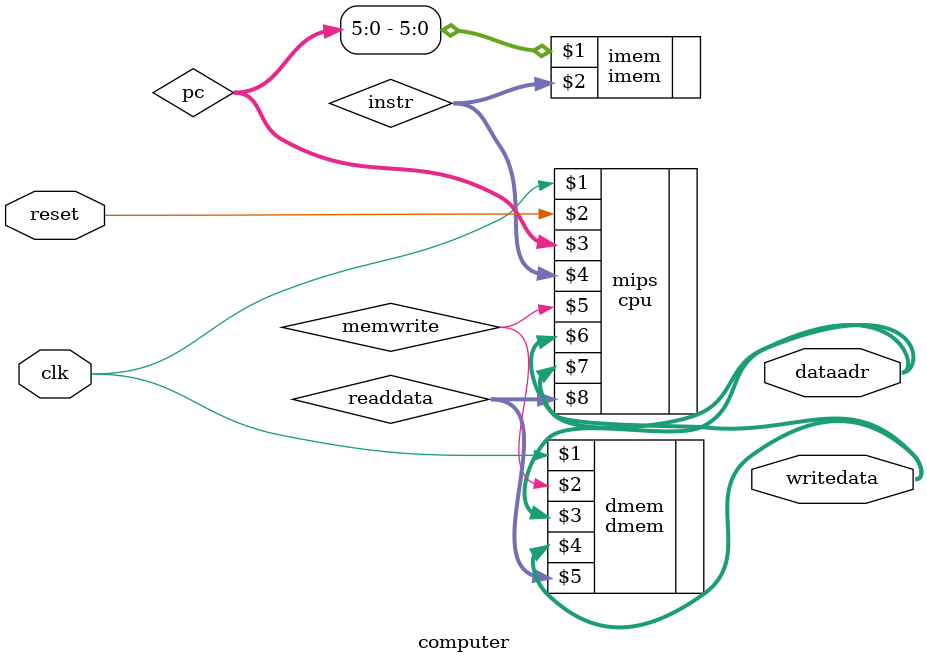
<source format=sv>
`ifndef COMPUTER
`define COMPUTER

`timescale 1ns/100ps

`include "../cpu/cpu.sv"
`include "../imem/imem.sv"
`include "../dmem/dmem.sv"

module computer
    #(parameter n = 16)(
    //
    // ---------------- PORT DEFINITIONS ----------------
    //
    input  logic           clk, reset, 
    output logic [(n-1):0] writedata, dataadr
);
    //
    // ---------------- MODULE DESIGN IMPLEMENTATION ----------------
    //
    logic [(n-1):0] pc, instr, readdata;
    logic memwrite;

    // computer internal components

    // the RISC CPU
    cpu mips(clk, reset, pc, instr, memwrite, dataadr, writedata, readdata);
    // the instruction memory ("text segment") in main memory
    imem imem(pc[5:0], instr);
    // the data memory ("data segment") in main memory
    dmem dmem(clk, memwrite, dataadr, writedata, readdata);

endmodule

`endif // COMPUTER

</source>
